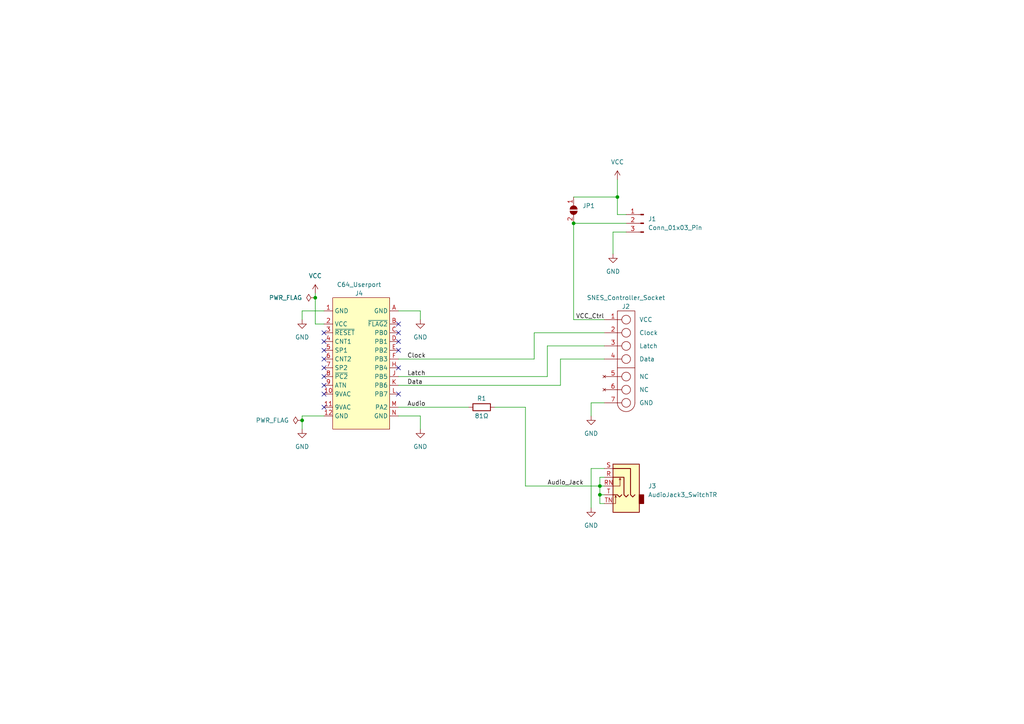
<source format=kicad_sch>
(kicad_sch (version 20230121) (generator eeschema)
  (paper "A4")
  (title_block (title "SNES Controller to CBM Userport Adapter") (date "2023-10-22") (rev "1.0") (company "Patrick Dähne CC BY-NC-SA 4.0"))
  (lib_symbols
    (symbol "Commodore:C64_Userport"
      (property "Reference" "J" (at 0 21.59 0))
      (property "Value" "C64_Userport" (at 0 24.13 0))
      (symbol "C64_Userport_0_1"
        (rectangle (start -7.62 19.05) (end 8.89 -19.05) (fill (type background)))
      )
      (symbol "C64_Userport_1_1"
        (pin passive line (at -10.16 15.24 0) (length 2.54) (name "GND") (number "1"))
        (pin passive line (at -10.16 -8.89 0) (length 2.54) (name "9VAC") (number "10"))
        (pin passive line (at -10.16 -12.7 0) (length 2.54) (name "9VAC") (number "11"))
        (pin passive line (at -10.16 -15.24 0) (length 2.54) (name "GND") (number "12"))
        (pin passive line (at -10.16 11.43 0) (length 2.54) (name "VCC") (number "2"))
        (pin bidirectional line (at -10.16 8.89 0) (length 2.54) (name "~{RESET}") (number "3"))
        (pin bidirectional line (at -10.16 6.35 0) (length 2.54) (name "CNT1") (number "4"))
        (pin bidirectional line (at -10.16 3.81 0) (length 2.54) (name "SP1") (number "5"))
        (pin bidirectional line (at -10.16 1.27 0) (length 2.54) (name "CNT2") (number "6"))
        (pin bidirectional line (at -10.16 -1.27 0) (length 2.54) (name "SP2") (number "7"))
        (pin bidirectional line (at -10.16 -3.81 0) (length 2.54) (name "~{PC2}") (number "8"))
        (pin bidirectional line (at -10.16 -6.35 0) (length 2.54) (name "ATN") (number "9"))
        (pin passive line (at 11.43 15.24 180) (length 2.54) (name "GND") (number "A"))
        (pin bidirectional line (at 11.43 11.43 180) (length 2.54) (name "~{FLAG2}") (number "B"))
        (pin bidirectional line (at 11.43 8.89 180) (length 2.54) (name "PB0") (number "C"))
        (pin bidirectional line (at 11.43 6.35 180) (length 2.54) (name "PB1") (number "D"))
        (pin bidirectional line (at 11.43 3.81 180) (length 2.54) (name "PB2") (number "E"))
        (pin bidirectional line (at 11.43 1.27 180) (length 2.54) (name "PB3") (number "F"))
        (pin bidirectional line (at 11.43 -1.27 180) (length 2.54) (name "PB4") (number "H"))
        (pin bidirectional line (at 11.43 -3.81 180) (length 2.54) (name "PB5") (number "J"))
        (pin bidirectional line (at 11.43 -6.35 180) (length 2.54) (name "PB6") (number "K"))
        (pin bidirectional line (at 11.43 -8.89 180) (length 2.54) (name "PB7") (number "L"))
        (pin bidirectional line (at 11.43 -12.7 180) (length 2.54) (name "PA2") (number "M"))
        (pin passive line (at 11.43 -15.24 180) (length 2.54) (name "GND") (number "N"))
      )
    )
    (symbol "Connector:Conn_01x03_Pin" (pin_names (offset 1.016) hide)
      (property "Reference" "J" (at 0 5.08 0))
      (property "Value" "Conn_01x03_Pin" (at 0 -5.08 0))
      (symbol "Conn_01x03_Pin_1_1"
        (polyline (pts (xy 1.27 -2.54) (xy 0.8636 -2.54)) (stroke (width 0.1524)))
        (polyline (pts (xy 1.27 0) (xy 0.8636 0)) (stroke (width 0.1524)))
        (polyline (pts (xy 1.27 2.54) (xy 0.8636 2.54)) (stroke (width 0.1524)))
        (rectangle (start 0.8636 -2.413) (end 0 -2.667) (stroke (width 0.1524)) (fill (type outline)))
        (rectangle (start 0.8636 0.127) (end 0 -0.127) (stroke (width 0.1524)) (fill (type outline)))
        (rectangle (start 0.8636 2.667) (end 0 2.413) (stroke (width 0.1524)) (fill (type outline)))
        (pin passive line (at 5.08 2.54 180) (length 3.81) (name "Pin_1") (number "1"))
        (pin passive line (at 5.08 0 180) (length 3.81) (name "Pin_2") (number "2"))
        (pin passive line (at 5.08 -2.54 180) (length 3.81) (name "Pin_3") (number "3"))
      )
    )
    (symbol "Connector_Audio:AudioJack3_SwitchTR"
      (property "Reference" "J" (at 0 8.89 0))
      (property "Value" "AudioJack3_SwitchTR" (at 0 6.35 0))
      (symbol "AudioJack3_SwitchTR_0_1"
        (rectangle (start -5.08 -5.08) (end -6.35 -7.62) (stroke (width 0.254)) (fill (type outline)))
        (polyline (pts (xy 0.508 -0.254) (xy 0.762 -0.762)))
        (polyline (pts (xy 1.778 -5.334) (xy 2.032 -5.842)))
        (polyline (pts (xy 0 -5.08) (xy 0.635 -5.715) (xy 1.27 -5.08) (xy 2.54 -5.08)) (stroke (width 0.254)))
        (polyline (pts (xy 2.54 -7.62) (xy 1.778 -7.62) (xy 1.778 -5.334) (xy 1.524 -5.842)))
        (polyline (pts (xy 2.54 -2.54) (xy 0.508 -2.54) (xy 0.508 -0.254) (xy 0.254 -0.762)))
        (polyline (pts (xy -1.905 -5.08) (xy -1.27 -5.715) (xy -0.635 -5.08) (xy -0.635 0) (xy 2.54 0)) (stroke (width 0.254)))
        (polyline (pts (xy 2.54 2.54) (xy -2.54 2.54) (xy -2.54 -5.08) (xy -3.175 -5.715) (xy -3.81 -5.08)) (stroke (width 0.254)))
        (rectangle (start 2.54 3.81) (end -5.08 -10.16) (stroke (width 0.254)) (fill (type background)))
      )
      (symbol "AudioJack3_SwitchTR_1_1"
        (pin passive line (at 5.08 0 180) (length 2.54) (name "~") (number "R"))
        (pin passive line (at 5.08 -2.54 180) (length 2.54) (name "~") (number "RN"))
        (pin passive line (at 5.08 2.54 180) (length 2.54) (name "~") (number "S"))
        (pin passive line (at 5.08 -5.08 180) (length 2.54) (name "~") (number "T"))
        (pin passive line (at 5.08 -7.62 180) (length 2.54) (name "~") (number "TN"))
      )
    )
    (symbol "Device:R" (pin_numbers hide) (pin_names (offset 0))
      (property "Reference" "R" (at 2.032 0 90))
      (property "Value" "R" (at 0 0 90))
      (symbol "R_0_1"
        (rectangle (start -1.016 -2.54) (end 1.016 2.54) (stroke (width 0.254)))
      )
      (symbol "R_1_1"
        (pin passive line (at 0 3.81 270) (length 1.27) (name "~") (number "1"))
        (pin passive line (at 0 -3.81 90) (length 1.27) (name "~") (number "2"))
      )
    )
    (symbol "GND_1" (power) (pin_names (offset 0))
      (property "Value" "GND_1" (at 0 -3.81 0))
      (symbol "GND_1_0_1"
        (polyline (pts (xy 0 0) (xy 0 -1.27) (xy 1.27 -1.27) (xy 0 -2.54) (xy -1.27 -1.27) (xy 0 -1.27)))
      )
      (symbol "GND_1_1_1"
        (pin power_in line (at 0 0 270) (length 0) hide (name "GND") (number "1"))
      )
    )
    (symbol "GND_2" (power) (pin_names (offset 0))
      (property "Value" "GND_2" (at 0 -3.81 0))
      (symbol "GND_2_0_1"
        (polyline (pts (xy 0 0) (xy 0 -1.27) (xy 1.27 -1.27) (xy 0 -2.54) (xy -1.27 -1.27) (xy 0 -1.27)))
      )
      (symbol "GND_2_1_1"
        (pin power_in line (at 0 0 270) (length 0) hide (name "GND") (number "1"))
      )
    )
    (symbol "GND_3" (power) (pin_names (offset 0))
      (property "Value" "GND_3" (at 0 -3.81 0))
      (symbol "GND_3_0_1"
        (polyline (pts (xy 0 0) (xy 0 -1.27) (xy 1.27 -1.27) (xy 0 -2.54) (xy -1.27 -1.27) (xy 0 -1.27)))
      )
      (symbol "GND_3_1_1"
        (pin power_in line (at 0 0 270) (length 0) hide (name "GND") (number "1"))
      )
    )
    (symbol "GND_4" (power) (pin_names (offset 0))
      (property "Value" "GND_4" (at 0 -3.81 0))
      (symbol "GND_4_0_1"
        (polyline (pts (xy 0 0) (xy 0 -1.27) (xy 1.27 -1.27) (xy 0 -2.54) (xy -1.27 -1.27) (xy 0 -1.27)))
      )
      (symbol "GND_4_1_1"
        (pin power_in line (at 0 0 270) (length 0) hide (name "GND") (number "1"))
      )
    )
    (symbol "GND_5" (power) (pin_names (offset 0))
      (property "Value" "GND_5" (at 0 -3.81 0))
      (symbol "GND_5_0_1"
        (polyline (pts (xy 0 0) (xy 0 -1.27) (xy 1.27 -1.27) (xy 0 -2.54) (xy -1.27 -1.27) (xy 0 -1.27)))
      )
      (symbol "GND_5_1_1"
        (pin power_in line (at 0 0 270) (length 0) hide (name "GND") (number "1"))
      )
    )
    (symbol "GND_6" (power) (pin_names (offset 0))
      (property "Value" "GND_6" (at 0 -3.81 0))
      (symbol "GND_6_0_1"
        (polyline (pts (xy 0 0) (xy 0 -1.27) (xy 1.27 -1.27) (xy 0 -2.54) (xy -1.27 -1.27) (xy 0 -1.27)))
      )
      (symbol "GND_6_1_1"
        (pin power_in line (at 0 0 270) (length 0) hide (name "GND") (number "1"))
      )
    )
    (symbol "Jumper:SolderJumper_2_Open" (pin_names (offset 0) hide)
      (property "Reference" "JP" (at 0 2.032 0))
      (property "Value" "SolderJumper_2_Open" (at 0 -2.54 0))
      (symbol "SolderJumper_2_Open_0_1"
        (arc (start -0.254 1.016) (mid -1.2656 0) (end -0.254 -1.016))
        (arc (start -0.254 1.016) (mid -1.2656 0) (end -0.254 -1.016) (fill (type outline)))
        (polyline (pts (xy -0.254 1.016) (xy -0.254 -1.016)))
        (polyline (pts (xy 0.254 1.016) (xy 0.254 -1.016)))
        (arc (start 0.254 -1.016) (mid 1.2656 0) (end 0.254 1.016))
        (arc (start 0.254 -1.016) (mid 1.2656 0) (end 0.254 1.016) (fill (type outline)))
      )
      (symbol "SolderJumper_2_Open_1_1"
        (pin passive line (at -3.81 0 0) (length 2.54) (name "A") (number "1"))
        (pin passive line (at 3.81 0 180) (length 2.54) (name "B") (number "2"))
      )
    )
    (symbol "Nintendo:SNES_Controller_Socket" (pin_names (offset 5.08))
      (property "Reference" "J" (at 0 17.78 0))
      (property "Value" "SNES_Controller_Socket" (at 0 20.32 0))
      (symbol "SNES_Controller_Socket_0_1"
        (arc (start -2.54 -11.469) (mid 0 -13.9703) (end 2.54 -11.469))
        (circle (center 0 -11.43) (radius 1.27))
        (circle (center 0 -7.62) (radius 1.27))
        (circle (center 0 -3.81) (radius 1.27))
        (polyline (pts (xy -2.54 -1.27) (xy 2.54 -1.27)))
        (polyline (pts (xy 2.54 -11.43) (xy 2.54 15.24) (xy -2.54 15.24) (xy -2.54 -11.43)))
        (circle (center 0 1.27) (radius 1.27))
        (circle (center 0 5.08) (radius 1.27))
        (circle (center 0 8.89) (radius 1.27))
        (circle (center 0 12.7) (radius 1.27))
      )
      (symbol "SNES_Controller_Socket_1_1"
        (pin passive line (at -6.35 12.7 0) (length 5.08) (name "VCC") (number "1"))
        (pin input line (at -6.35 8.89 0) (length 5.08) (name "Clock") (number "2"))
        (pin input line (at -6.35 5.08 0) (length 5.08) (name "Latch") (number "3"))
        (pin output line (at -6.35 1.27 0) (length 5.08) (name "Data") (number "4"))
        (pin no_connect line (at -6.35 -3.81 0) (length 5.08) (name "NC") (number "5"))
        (pin no_connect line (at -6.35 -7.62 0) (length 5.08) (name "NC") (number "6"))
        (pin passive line (at -6.35 -11.43 0) (length 5.08) (name "GND") (number "7"))
      )
    )
    (symbol "VCC_1" (power) (pin_names (offset 0))
      (property "Value" "VCC_1" (at 0 3.81 0))
      (symbol "VCC_1_0_1"
        (polyline (pts (xy -0.762 1.27) (xy 0 2.54)))
        (polyline (pts (xy 0 0) (xy 0 2.54)))
        (polyline (pts (xy 0 2.54) (xy 0.762 1.27)))
      )
      (symbol "VCC_1_1_1"
        (pin power_in line (at 0 0 90) (length 0) hide (name "VCC") (number "1"))
      )
    )
    (symbol "power:GND" (power) (pin_names (offset 0))
      (property "Value" "GND" (at 0 -3.81 0))
      (symbol "GND_0_1"
        (polyline (pts (xy 0 0) (xy 0 -1.27) (xy 1.27 -1.27) (xy 0 -2.54) (xy -1.27 -1.27) (xy 0 -1.27)))
      )
      (symbol "GND_1_1"
        (pin power_in line (at 0 0 270) (length 0) hide (name "GND") (number "1"))
      )
    )
    (symbol "power:PWR_FLAG" (power) (pin_numbers hide) (pin_names (offset 0) hide)
      (property "Value" "PWR_FLAG" (at 0 3.81 0))
      (symbol "PWR_FLAG_0_0"
        (pin power_out line (at 0 0 90) (length 0) (name "pwr") (number "1"))
      )
      (symbol "PWR_FLAG_0_1"
        (polyline (pts (xy 0 0) (xy 0 1.27) (xy -1.016 1.905) (xy 0 2.54) (xy 1.016 1.905) (xy 0 1.27)))
      )
    )
    (symbol "power:VCC" (power) (pin_names (offset 0))
      (property "Value" "VCC" (at 0 3.81 0))
      (symbol "VCC_0_1"
        (polyline (pts (xy -0.762 1.27) (xy 0 2.54)))
        (polyline (pts (xy 0 0) (xy 0 2.54)))
        (polyline (pts (xy 0 2.54) (xy 0.762 1.27)))
      )
      (symbol "VCC_1_1"
        (pin power_in line (at 0 0 90) (length 0) hide (name "VCC") (number "1"))
      )
    )
  )
  (junction (at 166.37 64.77))
  (junction (at 173.99 140.97))
  (junction (at 179.07 57.15))
  (junction (at 91.44 86.36))
  (junction (at 173.99 143.51))
  (junction (at 87.63 121.92))
  (no_connect (at 93.98 118.11))
  (no_connect (at 93.98 114.3))
  (no_connect (at 93.98 96.52))
  (no_connect (at 93.98 101.6))
  (no_connect (at 93.98 99.06))
  (no_connect (at 93.98 111.76))
  (no_connect (at 93.98 106.68))
  (no_connect (at 93.98 109.22))
  (no_connect (at 93.98 104.14))
  (no_connect (at 115.57 114.3))
  (no_connect (at 115.57 106.68))
  (no_connect (at 115.57 93.98))
  (no_connect (at 115.57 99.06))
  (no_connect (at 115.57 101.6))
  (no_connect (at 115.57 96.52))
  (wire (pts (xy 87.63 121.92) (xy 87.63 124.46)))
  (wire (pts (xy 91.44 86.36) (xy 91.44 85.09)))
  (wire (pts (xy 175.26 138.43) (xy 173.99 138.43)))
  (wire (pts (xy 121.92 120.65) (xy 121.92 124.46)))
  (wire (pts (xy 154.94 104.14) (xy 154.94 96.52)))
  (wire (pts (xy 179.07 57.15) (xy 179.07 62.23)))
  (wire (pts (xy 173.99 146.05) (xy 175.26 146.05)))
  (wire (pts (xy 166.37 92.71) (xy 175.26 92.71)))
  (wire (pts (xy 93.98 93.98) (xy 91.44 93.98)))
  (wire (pts (xy 143.51 118.11) (xy 152.4 118.11)))
  (wire (pts (xy 121.92 90.17) (xy 121.92 92.71)))
  (wire (pts (xy 166.37 64.77) (xy 166.37 92.71)))
  (wire (pts (xy 87.63 120.65) (xy 87.63 121.92)))
  (wire (pts (xy 162.56 104.14) (xy 175.26 104.14)))
  (wire (pts (xy 115.57 90.17) (xy 121.92 90.17)))
  (wire (pts (xy 158.75 100.33) (xy 175.26 100.33)))
  (wire (pts (xy 179.07 62.23) (xy 181.61 62.23)))
  (wire (pts (xy 171.45 135.89) (xy 175.26 135.89)))
  (wire (pts (xy 91.44 93.98) (xy 91.44 86.36)))
  (wire (pts (xy 115.57 104.14) (xy 154.94 104.14)))
  (wire (pts (xy 152.4 118.11) (xy 152.4 140.97)))
  (wire (pts (xy 152.4 140.97) (xy 173.99 140.97)))
  (wire (pts (xy 158.75 109.22) (xy 158.75 100.33)))
  (wire (pts (xy 93.98 90.17) (xy 87.63 90.17)))
  (wire (pts (xy 173.99 138.43) (xy 173.99 140.97)))
  (wire (pts (xy 175.26 116.84) (xy 171.45 116.84)))
  (wire (pts (xy 115.57 109.22) (xy 158.75 109.22)))
  (wire (pts (xy 179.07 52.07) (xy 179.07 57.15)))
  (wire (pts (xy 115.57 118.11) (xy 135.89 118.11)))
  (wire (pts (xy 154.94 96.52) (xy 175.26 96.52)))
  (wire (pts (xy 173.99 140.97) (xy 173.99 143.51)))
  (wire (pts (xy 115.57 111.76) (xy 162.56 111.76)))
  (wire (pts (xy 177.8 73.66) (xy 177.8 67.31)))
  (wire (pts (xy 171.45 116.84) (xy 171.45 120.65)))
  (wire (pts (xy 93.98 120.65) (xy 87.63 120.65)))
  (wire (pts (xy 173.99 143.51) (xy 173.99 146.05)))
  (wire (pts (xy 173.99 143.51) (xy 175.26 143.51)))
  (wire (pts (xy 181.61 64.77) (xy 166.37 64.77)))
  (wire (pts (xy 115.57 120.65) (xy 121.92 120.65)))
  (wire (pts (xy 87.63 90.17) (xy 87.63 92.71)))
  (wire (pts (xy 162.56 111.76) (xy 162.56 104.14)))
  (wire (pts (xy 166.37 57.15) (xy 179.07 57.15)))
  (wire (pts (xy 173.99 140.97) (xy 175.26 140.97)))
  (wire (pts (xy 171.45 135.89) (xy 171.45 147.32)))
  (wire (pts (xy 177.8 67.31) (xy 181.61 67.31)))
  (label "Clock" (at 118.11 104.14 0))
  (label "Data" (at 118.11 111.76 0))
  (label "Latch" (at 118.11 109.22 0))
  (label "Audio" (at 118.11 118.11 0))
  (label "VCC_Ctrl" (at 175.26 92.71 180))
  (label "Audio_Jack" (at 158.75 140.97 0))
  (symbol (lib_name "GND_3") (lib_id "power:GND") (at 171.45 147.32 0) (unit 1)
    (property "Reference" "#PWR0106" (effects hide))
    (property "Value" "GND" (at 171.45 152.4 0))
  )
  (symbol (lib_name "VCC_1") (lib_id "power:VCC") (at 179.07 52.07 0) (unit 1)
    (property "Reference" "#PWR0104" (effects hide))
    (property "Value" "VCC" (at 179.07 46.99 0))
  )
  (symbol (lib_id "Commodore:C64_Userport") (at 104.14 105.41 0) (unit 1)
    (property "Reference" "J4" (at 104.14 85.09 0))
    (property "Value" "C64_Userport" (at 104.14 82.55 0))
    (property "Footprint" "Commodore:C64_Userport" (effects hide))
  )
  (symbol (lib_id "power:PWR_FLAG") (at 91.44 86.36 90) (unit 1)
    (property "Reference" "#FLG01" (effects hide))
    (property "Value" "PWR_FLAG" (at 87.63 86.36 90) (effects (justify left)))
  )
  (symbol (lib_id "Nintendo:SNES_Controller_Socket") (at 181.61 105.41 0) (unit 1)
    (property "Reference" "J2" (at 180.34 88.9 0) (effects (justify left)))
    (property "Value" "SNES_Controller_Socket" (at 170.18 86.36 0) (effects (justify left)))
    (property "Footprint" "Nintendo:SNES_Controller_Socket" (effects hide))
  )
  (symbol (lib_id "Jumper:SolderJumper_2_Open") (at 166.37 60.96 270) (unit 1)
    (property "Reference" "JP1" (at 168.91 59.69 90) (effects (justify left)))
    (property "Value" "SolderJumper_2_Open" (effects hide))
    (property "Footprint" "Jumper:SolderJumper-2_P1.3mm_Open_RoundedPad1.0x1.5mm" (effects hide))
  )
  (symbol (lib_name "GND_5") (lib_id "power:GND") (at 87.63 124.46 0) (unit 1)
    (property "Reference" "#PWR0108" (effects hide))
    (property "Value" "GND" (at 87.63 129.54 0))
  )
  (symbol (lib_id "power:GND") (at 121.92 92.71 0) (unit 1)
    (property "Reference" "#PWR0107" (effects hide))
    (property "Value" "GND" (at 121.92 97.79 0))
  )
  (symbol (lib_name "GND_1") (lib_id "power:GND") (at 171.45 120.65 0) (unit 1)
    (property "Reference" "#PWR0105" (effects hide))
    (property "Value" "GND" (at 171.45 125.73 0))
  )
  (symbol (lib_id "power:VCC") (at 91.44 85.09 0) (unit 1)
    (property "Reference" "#PWR0102" (effects hide))
    (property "Value" "VCC" (at 91.44 80.01 0))
  )
  (symbol (lib_id "Connector_Audio:AudioJack3_SwitchTR") (at 180.34 138.43 0) (mirror y) (unit 1)
    (property "Reference" "J3" (at 187.96 140.97 0) (effects (justify right)))
    (property "Value" "AudioJack3_SwitchTR" (at 187.96 143.51 0) (effects (justify right)))
    (property "Footprint" "Connector_Audio:Jack_3.5mm_Ledino_KB3SPRS_Horizontal" (effects hide))
  )
  (symbol (lib_name "GND_6") (lib_id "power:GND") (at 87.63 92.71 0) (unit 1)
    (property "Reference" "#PWR0101" (effects hide))
    (property "Value" "GND" (at 87.63 97.79 0))
  )
  (symbol (lib_id "power:PWR_FLAG") (at 87.63 121.92 90) (unit 1)
    (property "Reference" "#FLG02" (effects hide))
    (property "Value" "PWR_FLAG" (at 83.82 121.92 90) (effects (justify left)))
  )
  (symbol (lib_name "GND_4") (lib_id "power:GND") (at 121.92 124.46 0) (unit 1)
    (property "Reference" "#PWR0109" (effects hide))
    (property "Value" "GND" (at 121.92 129.54 0))
  )
  (symbol (lib_name "GND_2") (lib_id "power:GND") (at 177.8 73.66 0) (unit 1)
    (property "Reference" "#PWR0103" (effects hide))
    (property "Value" "GND" (at 177.8 78.74 0))
  )
  (symbol (lib_id "Connector:Conn_01x03_Pin") (at 186.69 64.77 0) (mirror y) (unit 1)
    (property "Reference" "J1" (at 187.96 63.5 0) (effects (justify right)))
    (property "Value" "Conn_01x03_Pin" (at 187.96 66.04 0) (effects (justify right)))
    (property "Footprint" "PinHeader-Flipped:PinHeader_1x03_P2.54mm_Horizontal" (effects hide))
  )
  (symbol (lib_id "Device:R") (at 139.7 118.11 90) (unit 1)
    (property "Reference" "R1" (at 139.7 115.57 90))
    (property "Value" "81Ω" (at 139.7 120.65 90))
    (property "Footprint" "Resistor_THT:R_Axial_DIN0207_L6.3mm_D2.5mm_P10.16mm_Horizontal" (effects hide))
  )
)
</source>
